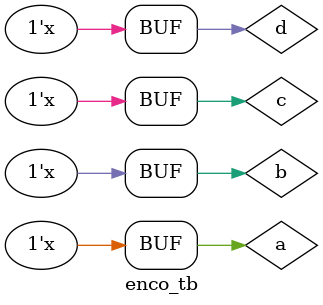
<source format=v>
`timescale 1ns / 1ps


module enco_tb;
reg a,b,c,d;
wire e0,e1;
enco u_enco(
.a(a), .b(b), .c(c), .d(d), .e0(e0), .e1(e1)
);
initial begin
    a=1'b0;
    b=1'b0;
    c=1'b0;
    d=1'b0;      
    
end

always @(a or b or c or d)begin
    a <= #40 ~a;
    b <= #30 ~b;
    c <= #20 ~c;
    d <= #10 ~d;   
 end
endmodule
</source>
